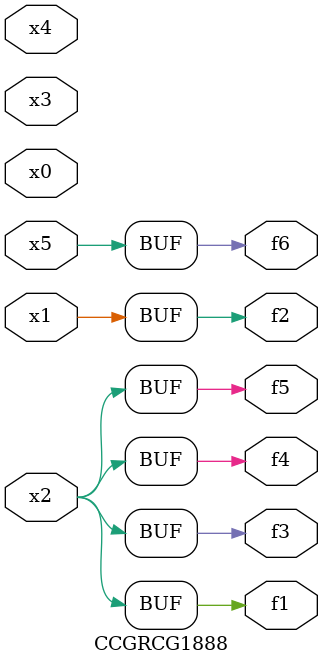
<source format=v>
module CCGRCG1888(
	input x0, x1, x2, x3, x4, x5,
	output f1, f2, f3, f4, f5, f6
);
	assign f1 = x2;
	assign f2 = x1;
	assign f3 = x2;
	assign f4 = x2;
	assign f5 = x2;
	assign f6 = x5;
endmodule

</source>
